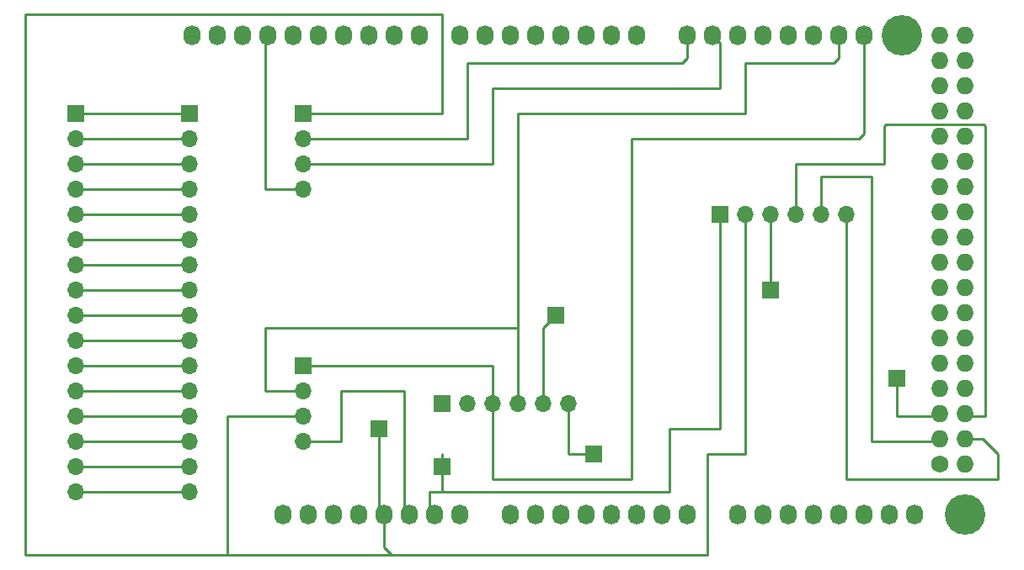
<source format=gbr>
%TF.GenerationSoftware,KiCad,Pcbnew,(5.1.9)-1*%
%TF.CreationDate,2021-01-26T09:39:54-05:00*%
%TF.ProjectId,PCB,5043422e-6b69-4636-9164-5f7063625858,rev?*%
%TF.SameCoordinates,Original*%
%TF.FileFunction,Copper,L2,Bot*%
%TF.FilePolarity,Positive*%
%FSLAX46Y46*%
G04 Gerber Fmt 4.6, Leading zero omitted, Abs format (unit mm)*
G04 Created by KiCad (PCBNEW (5.1.9)-1) date 2021-01-26 09:39:54*
%MOMM*%
%LPD*%
G01*
G04 APERTURE LIST*
%TA.AperFunction,ComponentPad*%
%ADD10R,1.700000X1.700000*%
%TD*%
%TA.AperFunction,ComponentPad*%
%ADD11C,1.727200*%
%TD*%
%TA.AperFunction,ComponentPad*%
%ADD12O,1.727200X1.727200*%
%TD*%
%TA.AperFunction,ComponentPad*%
%ADD13O,1.700000X1.700000*%
%TD*%
%TA.AperFunction,ComponentPad*%
%ADD14C,4.064000*%
%TD*%
%TA.AperFunction,ComponentPad*%
%ADD15O,1.727200X2.032000*%
%TD*%
%TA.AperFunction,Conductor*%
%ADD16C,0.250000*%
%TD*%
G04 APERTURE END LIST*
D10*
%TO.P,J12,1*%
%TO.N,+5V*%
X140970000Y-110490000D03*
%TD*%
%TO.P,J11,1*%
%TO.N,GND*%
X162560000Y-113030000D03*
%TD*%
%TO.P,J10,1*%
%TO.N,+5V*%
X158750000Y-99060000D03*
%TD*%
%TO.P,J9,1*%
%TO.N,GND*%
X147320000Y-114300000D03*
%TD*%
%TO.P,J8,1*%
%TO.N,/50(MISO)*%
X193040000Y-105410000D03*
%TD*%
%TO.P,J7,1*%
%TO.N,/50(MISO)*%
X180340000Y-96520000D03*
%TD*%
D11*
%TO.P,P1,1*%
%TO.N,GND*%
X197358000Y-114046000D03*
D12*
%TO.P,P1,2*%
X199898000Y-114046000D03*
%TO.P,P1,3*%
%TO.N,/52(SCK)*%
X197358000Y-111506000D03*
%TO.P,P1,4*%
%TO.N,/53(SS)*%
X199898000Y-111506000D03*
%TO.P,P1,5*%
%TO.N,/50(MISO)*%
X197358000Y-108966000D03*
%TO.P,P1,6*%
%TO.N,/51(MOSI)*%
X199898000Y-108966000D03*
%TO.P,P1,7*%
%TO.N,N/C*%
X197358000Y-106426000D03*
%TO.P,P1,8*%
X199898000Y-106426000D03*
%TO.P,P1,9*%
X197358000Y-103886000D03*
%TO.P,P1,10*%
X199898000Y-103886000D03*
%TO.P,P1,11*%
X197358000Y-101346000D03*
%TO.P,P1,12*%
X199898000Y-101346000D03*
%TO.P,P1,13*%
X197358000Y-98806000D03*
%TO.P,P1,14*%
X199898000Y-98806000D03*
%TO.P,P1,15*%
X197358000Y-96266000D03*
%TO.P,P1,16*%
X199898000Y-96266000D03*
%TO.P,P1,17*%
X197358000Y-93726000D03*
%TO.P,P1,18*%
X199898000Y-93726000D03*
%TO.P,P1,19*%
X197358000Y-91186000D03*
%TO.P,P1,20*%
X199898000Y-91186000D03*
%TO.P,P1,21*%
X197358000Y-88646000D03*
%TO.P,P1,22*%
X199898000Y-88646000D03*
%TO.P,P1,23*%
X197358000Y-86106000D03*
%TO.P,P1,24*%
X199898000Y-86106000D03*
%TO.P,P1,25*%
X197358000Y-83566000D03*
%TO.P,P1,26*%
X199898000Y-83566000D03*
%TO.P,P1,27*%
X197358000Y-81026000D03*
%TO.P,P1,28*%
X199898000Y-81026000D03*
%TO.P,P1,29*%
X197358000Y-78486000D03*
%TO.P,P1,30*%
X199898000Y-78486000D03*
%TO.P,P1,31*%
X197358000Y-75946000D03*
%TO.P,P1,32*%
X199898000Y-75946000D03*
%TO.P,P1,33*%
X197358000Y-73406000D03*
%TO.P,P1,34*%
X199898000Y-73406000D03*
%TO.P,P1,35*%
%TO.N,+5V*%
X197358000Y-70866000D03*
%TO.P,P1,36*%
X199898000Y-70866000D03*
%TD*%
D13*
%TO.P,J6,4*%
%TO.N,GND*%
X133350000Y-111760000D03*
%TO.P,J6,3*%
%TO.N,+5V*%
X133350000Y-109220000D03*
%TO.P,J6,2*%
%TO.N,/20(SDA)*%
X133350000Y-106680000D03*
D10*
%TO.P,J6,1*%
%TO.N,/21(SCL)*%
X133350000Y-104140000D03*
%TD*%
D13*
%TO.P,J5,16*%
%TO.N,/LEDN*%
X121920000Y-116840000D03*
%TO.P,J5,15*%
%TO.N,/LEDP*%
X121920000Y-114300000D03*
%TO.P,J5,14*%
%TO.N,/DP7*%
X121920000Y-111760000D03*
%TO.P,J5,13*%
%TO.N,/DP6*%
X121920000Y-109220000D03*
%TO.P,J5,12*%
%TO.N,/DP5*%
X121920000Y-106680000D03*
%TO.P,J5,11*%
%TO.N,/DP4*%
X121920000Y-104140000D03*
%TO.P,J5,10*%
%TO.N,/DP3*%
X121920000Y-101600000D03*
%TO.P,J5,9*%
%TO.N,/DP2*%
X121920000Y-99060000D03*
%TO.P,J5,8*%
%TO.N,/DP1*%
X121920000Y-96520000D03*
%TO.P,J5,7*%
%TO.N,/DP0*%
X121920000Y-93980000D03*
%TO.P,J5,6*%
%TO.N,/Enable*%
X121920000Y-91440000D03*
%TO.P,J5,5*%
%TO.N,/RW*%
X121920000Y-88900000D03*
%TO.P,J5,4*%
%TO.N,/RegSE*%
X121920000Y-86360000D03*
%TO.P,J5,3*%
%TO.N,/VE*%
X121920000Y-83820000D03*
%TO.P,J5,2*%
%TO.N,/VDD*%
X121920000Y-81280000D03*
D10*
%TO.P,J5,1*%
%TO.N,/VSS*%
X121920000Y-78740000D03*
%TD*%
D13*
%TO.P,J4,16*%
%TO.N,/LEDN*%
X110490000Y-116840000D03*
%TO.P,J4,15*%
%TO.N,/LEDP*%
X110490000Y-114300000D03*
%TO.P,J4,14*%
%TO.N,/DP7*%
X110490000Y-111760000D03*
%TO.P,J4,13*%
%TO.N,/DP6*%
X110490000Y-109220000D03*
%TO.P,J4,12*%
%TO.N,/DP5*%
X110490000Y-106680000D03*
%TO.P,J4,11*%
%TO.N,/DP4*%
X110490000Y-104140000D03*
%TO.P,J4,10*%
%TO.N,/DP3*%
X110490000Y-101600000D03*
%TO.P,J4,9*%
%TO.N,/DP2*%
X110490000Y-99060000D03*
%TO.P,J4,8*%
%TO.N,/DP1*%
X110490000Y-96520000D03*
%TO.P,J4,7*%
%TO.N,/DP0*%
X110490000Y-93980000D03*
%TO.P,J4,6*%
%TO.N,/Enable*%
X110490000Y-91440000D03*
%TO.P,J4,5*%
%TO.N,/RW*%
X110490000Y-88900000D03*
%TO.P,J4,4*%
%TO.N,/RegSE*%
X110490000Y-86360000D03*
%TO.P,J4,3*%
%TO.N,/VE*%
X110490000Y-83820000D03*
%TO.P,J4,2*%
%TO.N,/VDD*%
X110490000Y-81280000D03*
D10*
%TO.P,J4,1*%
%TO.N,/VSS*%
X110490000Y-78740000D03*
%TD*%
D13*
%TO.P,J3,4*%
%TO.N,GND*%
X133350000Y-86360000D03*
%TO.P,J3,3*%
%TO.N,/15(Rx3)*%
X133350000Y-83820000D03*
%TO.P,J3,2*%
%TO.N,/14(Tx3)*%
X133350000Y-81280000D03*
D10*
%TO.P,J3,1*%
%TO.N,+5V*%
X133350000Y-78740000D03*
%TD*%
D13*
%TO.P,J2,6*%
%TO.N,GND*%
X160020000Y-107950000D03*
%TO.P,J2,5*%
%TO.N,+5V*%
X157480000Y-107950000D03*
%TO.P,J2,4*%
%TO.N,/20(SDA)*%
X154940000Y-107950000D03*
%TO.P,J2,3*%
%TO.N,/21(SCL)*%
X152400000Y-107950000D03*
%TO.P,J2,2*%
%TO.N,N/C*%
X149860000Y-107950000D03*
D10*
%TO.P,J2,1*%
X147320000Y-107950000D03*
%TD*%
D13*
%TO.P,J1,6*%
%TO.N,/53(SS)*%
X187960000Y-88900000D03*
%TO.P,J1,5*%
%TO.N,/52(SCK)*%
X185420000Y-88900000D03*
%TO.P,J1,4*%
%TO.N,/51(MOSI)*%
X182880000Y-88900000D03*
%TO.P,J1,3*%
%TO.N,/50(MISO)*%
X180340000Y-88900000D03*
%TO.P,J1,2*%
%TO.N,+5V*%
X177800000Y-88900000D03*
D10*
%TO.P,J1,1*%
%TO.N,GND*%
X175260000Y-88900000D03*
%TD*%
D14*
%TO.P,P13,1*%
%TO.N,N/C*%
X193548000Y-70866000D03*
%TD*%
D15*
%TO.P,P2,1*%
%TO.N,N/C*%
X131318000Y-119126000D03*
%TO.P,P2,2*%
X133858000Y-119126000D03*
%TO.P,P2,3*%
X136398000Y-119126000D03*
%TO.P,P2,4*%
X138938000Y-119126000D03*
%TO.P,P2,5*%
%TO.N,+5V*%
X141478000Y-119126000D03*
%TO.P,P2,6*%
%TO.N,GND*%
X144018000Y-119126000D03*
%TO.P,P2,7*%
X146558000Y-119126000D03*
%TO.P,P2,8*%
%TO.N,N/C*%
X149098000Y-119126000D03*
%TD*%
%TO.P,P3,1*%
%TO.N,N/C*%
X154178000Y-119126000D03*
%TO.P,P3,2*%
X156718000Y-119126000D03*
%TO.P,P3,3*%
X159258000Y-119126000D03*
%TO.P,P3,4*%
X161798000Y-119126000D03*
%TO.P,P3,5*%
X164338000Y-119126000D03*
%TO.P,P3,6*%
X166878000Y-119126000D03*
%TO.P,P3,7*%
X169418000Y-119126000D03*
%TO.P,P3,8*%
X171958000Y-119126000D03*
%TD*%
%TO.P,P4,1*%
%TO.N,N/C*%
X177038000Y-119126000D03*
%TO.P,P4,2*%
X179578000Y-119126000D03*
%TO.P,P4,3*%
X182118000Y-119126000D03*
%TO.P,P4,4*%
X184658000Y-119126000D03*
%TO.P,P4,5*%
X187198000Y-119126000D03*
%TO.P,P4,6*%
X189738000Y-119126000D03*
%TO.P,P4,7*%
X192278000Y-119126000D03*
%TO.P,P4,8*%
X194818000Y-119126000D03*
%TD*%
%TO.P,P5,1*%
%TO.N,N/C*%
X122174000Y-70866000D03*
%TO.P,P5,2*%
X124714000Y-70866000D03*
%TO.P,P5,3*%
X127254000Y-70866000D03*
%TO.P,P5,4*%
%TO.N,GND*%
X129794000Y-70866000D03*
%TO.P,P5,5*%
%TO.N,N/C*%
X132334000Y-70866000D03*
%TO.P,P5,6*%
X134874000Y-70866000D03*
%TO.P,P5,7*%
X137414000Y-70866000D03*
%TO.P,P5,8*%
X139954000Y-70866000D03*
%TO.P,P5,9*%
X142494000Y-70866000D03*
%TO.P,P5,10*%
X145034000Y-70866000D03*
%TD*%
%TO.P,P6,1*%
%TO.N,N/C*%
X149098000Y-70866000D03*
%TO.P,P6,2*%
X151638000Y-70866000D03*
%TO.P,P6,3*%
X154178000Y-70866000D03*
%TO.P,P6,4*%
X156718000Y-70866000D03*
%TO.P,P6,5*%
X159258000Y-70866000D03*
%TO.P,P6,6*%
X161798000Y-70866000D03*
%TO.P,P6,7*%
X164338000Y-70866000D03*
%TO.P,P6,8*%
X166878000Y-70866000D03*
%TD*%
%TO.P,P7,1*%
%TO.N,/14(Tx3)*%
X171958000Y-70866000D03*
%TO.P,P7,2*%
%TO.N,/15(Rx3)*%
X174498000Y-70866000D03*
%TO.P,P7,3*%
%TO.N,N/C*%
X177038000Y-70866000D03*
%TO.P,P7,4*%
X179578000Y-70866000D03*
%TO.P,P7,5*%
X182118000Y-70866000D03*
%TO.P,P7,6*%
X184658000Y-70866000D03*
%TO.P,P7,7*%
%TO.N,/20(SDA)*%
X187198000Y-70866000D03*
%TO.P,P7,8*%
%TO.N,/21(SCL)*%
X189738000Y-70866000D03*
%TD*%
D14*
%TO.P,P10,1*%
%TO.N,N/C*%
X199898000Y-119126000D03*
%TD*%
D16*
%TO.N,GND*%
X133350000Y-86360000D02*
X129540000Y-86360000D01*
X129540000Y-71120000D02*
X129794000Y-70866000D01*
X129540000Y-86360000D02*
X129540000Y-71120000D01*
X175260000Y-110490000D02*
X170180000Y-110490000D01*
X170180000Y-110490000D02*
X170180000Y-116840000D01*
X146050000Y-118618000D02*
X146558000Y-119126000D01*
X146050000Y-116840000D02*
X146050000Y-118618000D01*
X143510000Y-118618000D02*
X144018000Y-119126000D01*
X143510000Y-111760000D02*
X143510000Y-118618000D01*
X175260000Y-88900000D02*
X175260000Y-110490000D01*
X160020000Y-107950000D02*
X160020000Y-113030000D01*
X147320000Y-113030000D02*
X147320000Y-116840000D01*
X147320000Y-116840000D02*
X146050000Y-116840000D01*
X170180000Y-116840000D02*
X147320000Y-116840000D01*
X162560000Y-113030000D02*
X160020000Y-113030000D01*
X133350000Y-111760000D02*
X135890000Y-111760000D01*
X135890000Y-111760000D02*
X137160000Y-111760000D01*
X137160000Y-111760000D02*
X137160000Y-106680000D01*
X137160000Y-106680000D02*
X143510000Y-106680000D01*
X143510000Y-106680000D02*
X143510000Y-111760000D01*
%TO.N,/52(SCK)*%
X197104000Y-111760000D02*
X197358000Y-111506000D01*
X190500000Y-111760000D02*
X197104000Y-111760000D01*
X190500000Y-85090000D02*
X190500000Y-111760000D01*
X185420000Y-85090000D02*
X190500000Y-85090000D01*
X185420000Y-88900000D02*
X185420000Y-85090000D01*
%TO.N,/53(SS)*%
X203200000Y-113030000D02*
X201676000Y-111506000D01*
X203200000Y-115570000D02*
X203200000Y-113030000D01*
X201676000Y-111506000D02*
X199898000Y-111506000D01*
X187960000Y-115570000D02*
X203200000Y-115570000D01*
X187960000Y-88900000D02*
X187960000Y-115570000D01*
%TO.N,/50(MISO)*%
X180340000Y-88900000D02*
X180340000Y-96520000D01*
X193040000Y-105410000D02*
X193040000Y-109220000D01*
X197104000Y-109220000D02*
X197358000Y-108966000D01*
X193040000Y-109220000D02*
X197104000Y-109220000D01*
%TO.N,/51(MOSI)*%
X191770000Y-83820000D02*
X182880000Y-83820000D01*
X191770000Y-80010000D02*
X191770000Y-83820000D01*
X191942601Y-79837399D02*
X191770000Y-80010000D01*
X201757399Y-79837399D02*
X191942601Y-79837399D01*
X201930000Y-80010000D02*
X201757399Y-79837399D01*
X201930000Y-109220000D02*
X201930000Y-80010000D01*
X200152000Y-109220000D02*
X201930000Y-109220000D01*
X199898000Y-108966000D02*
X200152000Y-109220000D01*
X182880000Y-83820000D02*
X182880000Y-88900000D01*
%TO.N,+5V*%
X141478000Y-119126000D02*
X141478000Y-122428000D01*
X141478000Y-122428000D02*
X142240000Y-123190000D01*
X142240000Y-123190000D02*
X173990000Y-123190000D01*
X173990000Y-123190000D02*
X173990000Y-116840000D01*
X105410000Y-68726010D02*
X105410000Y-123190000D01*
X133350000Y-78740000D02*
X147320000Y-78740000D01*
X147320000Y-68726010D02*
X105410000Y-68726010D01*
X147320000Y-78740000D02*
X147320000Y-68726010D01*
X133350000Y-109220000D02*
X125730000Y-109220000D01*
X125730000Y-109220000D02*
X125730000Y-121920000D01*
X125730000Y-121920000D02*
X125730000Y-123190000D01*
X105410000Y-123190000D02*
X125730000Y-123190000D01*
X125730000Y-123190000D02*
X142240000Y-123190000D01*
X177800000Y-88900000D02*
X177800000Y-113030000D01*
X177800000Y-113030000D02*
X173990000Y-113030000D01*
X173990000Y-113030000D02*
X173990000Y-116840000D01*
X157480000Y-100330000D02*
X158750000Y-99060000D01*
X157480000Y-107950000D02*
X157480000Y-100330000D01*
X140970000Y-118618000D02*
X141478000Y-119126000D01*
X140970000Y-110490000D02*
X140970000Y-118618000D01*
%TO.N,/20(SDA)*%
X186690000Y-71374000D02*
X187198000Y-70866000D01*
X133350000Y-106680000D02*
X130810000Y-106680000D01*
X130810000Y-106680000D02*
X129540000Y-106680000D01*
X129540000Y-106680000D02*
X129540000Y-100330000D01*
X129540000Y-100330000D02*
X154940000Y-100330000D01*
X154940000Y-100330000D02*
X154940000Y-102870000D01*
X154940000Y-86360000D02*
X154940000Y-100330000D01*
X187198000Y-70866000D02*
X186944000Y-70866000D01*
X187198000Y-70866000D02*
X187198000Y-73152000D01*
X187198000Y-73152000D02*
X186690000Y-73660000D01*
X186690000Y-73660000D02*
X177800000Y-73660000D01*
X177800000Y-73660000D02*
X177800000Y-78740000D01*
X177800000Y-78740000D02*
X154940000Y-78740000D01*
X154940000Y-78740000D02*
X154940000Y-86360000D01*
X154940000Y-102870000D02*
X154940000Y-107950000D01*
%TO.N,/21(SCL)*%
X152400000Y-104140000D02*
X133350000Y-104140000D01*
X152400000Y-107950000D02*
X152400000Y-115570000D01*
X189738000Y-70866000D02*
X189738000Y-80772000D01*
X189738000Y-80772000D02*
X189230000Y-81280000D01*
X189230000Y-81280000D02*
X166370000Y-81280000D01*
X166370000Y-81280000D02*
X166370000Y-114300000D01*
X166370000Y-114300000D02*
X166370000Y-115570000D01*
X166370000Y-115570000D02*
X152400000Y-115570000D01*
X152400000Y-104140000D02*
X152400000Y-107950000D01*
%TO.N,/14(Tx3)*%
X137160000Y-81280000D02*
X133350000Y-81280000D01*
X171958000Y-70866000D02*
X171958000Y-73152000D01*
X171958000Y-73152000D02*
X171450000Y-73660000D01*
X171450000Y-73660000D02*
X149860000Y-73660000D01*
X149860000Y-73660000D02*
X149860000Y-81280000D01*
X149860000Y-81280000D02*
X137160000Y-81280000D01*
%TO.N,/15(Rx3)*%
X175260000Y-71628000D02*
X174498000Y-70866000D01*
X175260000Y-76200000D02*
X175260000Y-71628000D01*
X152400000Y-76200000D02*
X175260000Y-76200000D01*
X152400000Y-83820000D02*
X152400000Y-76200000D01*
X133350000Y-83820000D02*
X152400000Y-83820000D01*
%TO.N,/LEDN*%
X121920000Y-116840000D02*
X110490000Y-116840000D01*
%TO.N,/LEDP*%
X110490000Y-114300000D02*
X121920000Y-114300000D01*
%TO.N,/DP7*%
X121920000Y-111760000D02*
X110490000Y-111760000D01*
%TO.N,/DP6*%
X110490000Y-109220000D02*
X121920000Y-109220000D01*
%TO.N,/DP5*%
X121920000Y-106680000D02*
X110490000Y-106680000D01*
%TO.N,/DP4*%
X110490000Y-104140000D02*
X121920000Y-104140000D01*
%TO.N,/DP3*%
X121920000Y-101600000D02*
X110490000Y-101600000D01*
%TO.N,/DP2*%
X110490000Y-99060000D02*
X121920000Y-99060000D01*
%TO.N,/DP1*%
X121920000Y-96520000D02*
X110490000Y-96520000D01*
%TO.N,/DP0*%
X110490000Y-93980000D02*
X121920000Y-93980000D01*
%TO.N,/Enable*%
X121920000Y-91440000D02*
X110490000Y-91440000D01*
%TO.N,/RW*%
X110490000Y-88900000D02*
X121920000Y-88900000D01*
%TO.N,/RegSE*%
X121920000Y-86360000D02*
X110490000Y-86360000D01*
%TO.N,/VE*%
X110490000Y-83820000D02*
X121920000Y-83820000D01*
%TO.N,/VDD*%
X121920000Y-81280000D02*
X110490000Y-81280000D01*
%TO.N,/VSS*%
X110490000Y-78740000D02*
X121920000Y-78740000D01*
%TD*%
M02*

</source>
